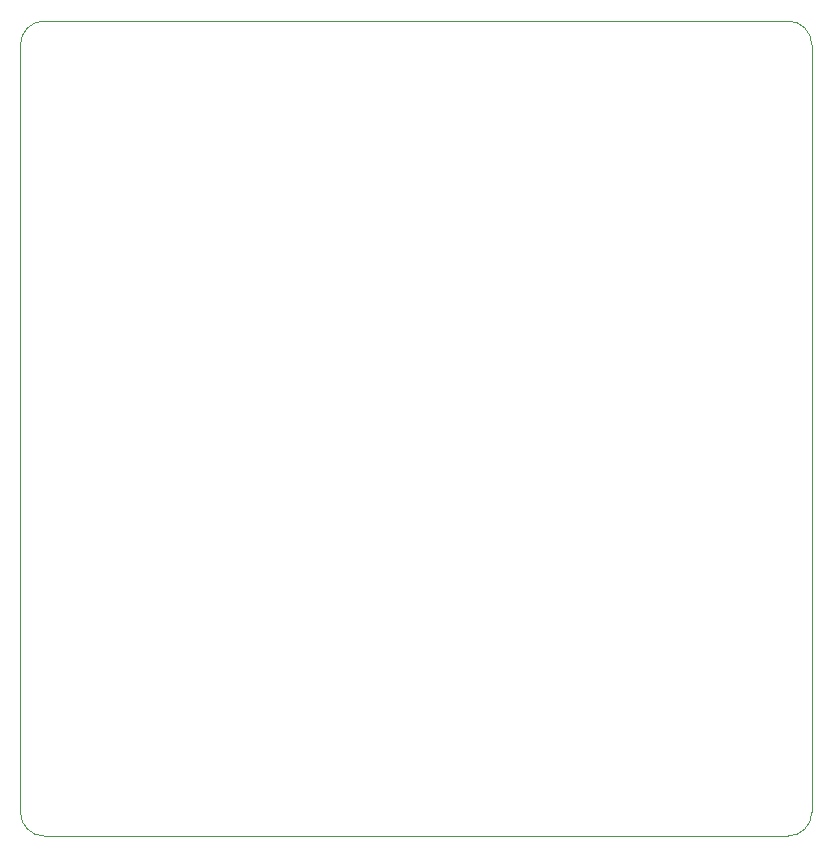
<source format=gm1>
%TF.GenerationSoftware,KiCad,Pcbnew,7.0.7*%
%TF.CreationDate,2025-02-21T09:52:27+09:00*%
%TF.ProjectId,w65c_Rev1.6,77363563-5f52-4657-9631-2e362e6b6963,Rev1.6*%
%TF.SameCoordinates,PX5f6f270PY775a330*%
%TF.FileFunction,Profile,NP*%
%FSLAX46Y46*%
G04 Gerber Fmt 4.6, Leading zero omitted, Abs format (unit mm)*
G04 Created by KiCad (PCBNEW 7.0.7) date 2025-02-21 09:52:27*
%MOMM*%
%LPD*%
G01*
G04 APERTURE LIST*
%TA.AperFunction,Profile*%
%ADD10C,0.100000*%
%TD*%
G04 APERTURE END LIST*
D10*
X67000000Y67000000D02*
G75*
G03*
X65000000Y69000000I-2000000J0D01*
G01*
X0Y2000000D02*
G75*
G03*
X2000000Y0I2000000J0D01*
G01*
X65000000Y0D02*
G75*
G03*
X67000000Y2000000I0J2000000D01*
G01*
X65000000Y0D02*
X2000000Y0D01*
X2000000Y69000000D02*
G75*
G03*
X0Y67000000I0J-2000000D01*
G01*
X0Y2000000D02*
X0Y67000000D01*
X67000000Y67000000D02*
X67000000Y2000000D01*
X2000000Y69000000D02*
X65000000Y69000000D01*
M02*

</source>
